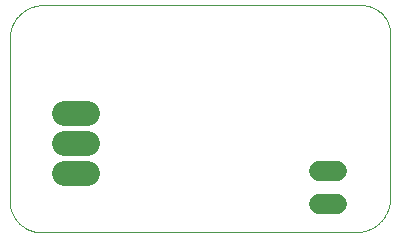
<source format=gbs>
G75*
%MOIN*%
%OFA0B0*%
%FSLAX25Y25*%
%IPPOS*%
%LPD*%
%AMOC8*
5,1,8,0,0,1.08239X$1,22.5*
%
%ADD10C,0.00000*%
%ADD11C,0.06800*%
%ADD12C,0.08200*%
D10*
X0011630Y0001252D02*
X0116327Y0001252D01*
X0116607Y0001255D01*
X0116887Y0001266D01*
X0117167Y0001282D01*
X0117446Y0001306D01*
X0117725Y0001337D01*
X0118002Y0001374D01*
X0118279Y0001417D01*
X0118555Y0001468D01*
X0118829Y0001525D01*
X0119102Y0001589D01*
X0119373Y0001659D01*
X0119642Y0001736D01*
X0119910Y0001819D01*
X0120175Y0001909D01*
X0120438Y0002005D01*
X0120699Y0002108D01*
X0120957Y0002217D01*
X0121213Y0002332D01*
X0121465Y0002453D01*
X0121715Y0002580D01*
X0121961Y0002713D01*
X0122205Y0002852D01*
X0122444Y0002997D01*
X0122681Y0003148D01*
X0122913Y0003304D01*
X0123142Y0003466D01*
X0123366Y0003634D01*
X0123587Y0003806D01*
X0123803Y0003985D01*
X0124015Y0004168D01*
X0124223Y0004356D01*
X0124426Y0004549D01*
X0124624Y0004747D01*
X0124817Y0004950D01*
X0125005Y0005158D01*
X0125188Y0005370D01*
X0125367Y0005586D01*
X0125539Y0005807D01*
X0125707Y0006031D01*
X0125869Y0006260D01*
X0126025Y0006492D01*
X0126176Y0006729D01*
X0126321Y0006968D01*
X0126460Y0007212D01*
X0126593Y0007458D01*
X0126720Y0007708D01*
X0126841Y0007960D01*
X0126956Y0008216D01*
X0127065Y0008474D01*
X0127168Y0008735D01*
X0127264Y0008998D01*
X0127354Y0009263D01*
X0127437Y0009531D01*
X0127514Y0009800D01*
X0127584Y0010071D01*
X0127648Y0010344D01*
X0127705Y0010618D01*
X0127756Y0010894D01*
X0127799Y0011171D01*
X0127836Y0011448D01*
X0127867Y0011727D01*
X0127891Y0012006D01*
X0127907Y0012286D01*
X0127918Y0012566D01*
X0127921Y0012846D01*
X0127921Y0067319D01*
X0127922Y0067319D02*
X0127919Y0067552D01*
X0127911Y0067784D01*
X0127897Y0068017D01*
X0127877Y0068249D01*
X0127852Y0068480D01*
X0127821Y0068711D01*
X0127784Y0068941D01*
X0127743Y0069170D01*
X0127695Y0069398D01*
X0127642Y0069625D01*
X0127584Y0069850D01*
X0127520Y0070074D01*
X0127450Y0070296D01*
X0127376Y0070517D01*
X0127296Y0070735D01*
X0127211Y0070952D01*
X0127120Y0071166D01*
X0127025Y0071379D01*
X0126924Y0071589D01*
X0126818Y0071796D01*
X0126708Y0072001D01*
X0126592Y0072203D01*
X0126472Y0072402D01*
X0126347Y0072599D01*
X0126217Y0072792D01*
X0126082Y0072982D01*
X0125943Y0073168D01*
X0125799Y0073352D01*
X0125651Y0073531D01*
X0125499Y0073708D01*
X0125343Y0073880D01*
X0125182Y0074048D01*
X0125017Y0074213D01*
X0124849Y0074374D01*
X0124677Y0074530D01*
X0124500Y0074682D01*
X0124321Y0074830D01*
X0124137Y0074974D01*
X0123951Y0075113D01*
X0123761Y0075248D01*
X0123568Y0075378D01*
X0123371Y0075503D01*
X0123172Y0075623D01*
X0122970Y0075739D01*
X0122765Y0075849D01*
X0122558Y0075955D01*
X0122348Y0076056D01*
X0122135Y0076151D01*
X0121921Y0076242D01*
X0121704Y0076327D01*
X0121486Y0076407D01*
X0121265Y0076481D01*
X0121043Y0076551D01*
X0120819Y0076615D01*
X0120594Y0076673D01*
X0120367Y0076726D01*
X0120139Y0076774D01*
X0119910Y0076815D01*
X0119680Y0076852D01*
X0119449Y0076883D01*
X0119218Y0076908D01*
X0118986Y0076928D01*
X0118753Y0076942D01*
X0118521Y0076950D01*
X0118288Y0076953D01*
X0012221Y0076953D01*
X0011950Y0076950D01*
X0011679Y0076940D01*
X0011408Y0076924D01*
X0011138Y0076901D01*
X0010868Y0076871D01*
X0010600Y0076835D01*
X0010332Y0076793D01*
X0010065Y0076744D01*
X0009800Y0076689D01*
X0009536Y0076627D01*
X0009273Y0076559D01*
X0009012Y0076484D01*
X0008754Y0076404D01*
X0008497Y0076317D01*
X0008242Y0076224D01*
X0007990Y0076125D01*
X0007740Y0076019D01*
X0007492Y0075908D01*
X0007248Y0075791D01*
X0007006Y0075668D01*
X0006768Y0075539D01*
X0006532Y0075404D01*
X0006300Y0075264D01*
X0006072Y0075118D01*
X0005847Y0074967D01*
X0005625Y0074810D01*
X0005408Y0074648D01*
X0005195Y0074481D01*
X0004985Y0074308D01*
X0004780Y0074131D01*
X0004579Y0073949D01*
X0004383Y0073762D01*
X0004191Y0073570D01*
X0004004Y0073374D01*
X0003822Y0073173D01*
X0003645Y0072968D01*
X0003472Y0072758D01*
X0003305Y0072545D01*
X0003143Y0072328D01*
X0002986Y0072106D01*
X0002835Y0071881D01*
X0002689Y0071653D01*
X0002549Y0071421D01*
X0002414Y0071185D01*
X0002285Y0070947D01*
X0002162Y0070705D01*
X0002045Y0070461D01*
X0001934Y0070213D01*
X0001828Y0069963D01*
X0001729Y0069711D01*
X0001636Y0069456D01*
X0001549Y0069199D01*
X0001469Y0068941D01*
X0001394Y0068680D01*
X0001326Y0068417D01*
X0001264Y0068153D01*
X0001209Y0067888D01*
X0001160Y0067621D01*
X0001118Y0067353D01*
X0001082Y0067085D01*
X0001052Y0066815D01*
X0001029Y0066545D01*
X0001013Y0066274D01*
X0001003Y0066003D01*
X0001000Y0065732D01*
X0001000Y0011882D01*
X0001003Y0011621D01*
X0001013Y0011360D01*
X0001029Y0011100D01*
X0001051Y0010840D01*
X0001080Y0010581D01*
X0001115Y0010322D01*
X0001156Y0010065D01*
X0001204Y0009808D01*
X0001258Y0009553D01*
X0001319Y0009299D01*
X0001385Y0009047D01*
X0001458Y0008796D01*
X0001537Y0008548D01*
X0001621Y0008301D01*
X0001712Y0008056D01*
X0001809Y0007814D01*
X0001912Y0007574D01*
X0002021Y0007337D01*
X0002135Y0007103D01*
X0002255Y0006871D01*
X0002381Y0006642D01*
X0002512Y0006417D01*
X0002649Y0006195D01*
X0002791Y0005976D01*
X0002939Y0005761D01*
X0003092Y0005550D01*
X0003250Y0005342D01*
X0003413Y0005138D01*
X0003581Y0004939D01*
X0003754Y0004743D01*
X0003931Y0004552D01*
X0004113Y0004365D01*
X0004300Y0004183D01*
X0004491Y0004006D01*
X0004687Y0003833D01*
X0004886Y0003665D01*
X0005090Y0003502D01*
X0005298Y0003344D01*
X0005509Y0003191D01*
X0005724Y0003043D01*
X0005943Y0002901D01*
X0006165Y0002764D01*
X0006390Y0002633D01*
X0006619Y0002507D01*
X0006851Y0002387D01*
X0007085Y0002273D01*
X0007322Y0002164D01*
X0007562Y0002061D01*
X0007804Y0001964D01*
X0008049Y0001873D01*
X0008296Y0001789D01*
X0008544Y0001710D01*
X0008795Y0001637D01*
X0009047Y0001571D01*
X0009301Y0001510D01*
X0009556Y0001456D01*
X0009813Y0001408D01*
X0010070Y0001367D01*
X0010329Y0001332D01*
X0010588Y0001303D01*
X0010848Y0001281D01*
X0011108Y0001265D01*
X0011369Y0001255D01*
X0011630Y0001252D01*
D11*
X0104000Y0010752D02*
X0110000Y0010752D01*
X0110000Y0021752D02*
X0104000Y0021752D01*
D12*
X0026700Y0021189D02*
X0019300Y0021189D01*
X0019300Y0031189D02*
X0026700Y0031189D01*
X0026700Y0041189D02*
X0019300Y0041189D01*
M02*

</source>
